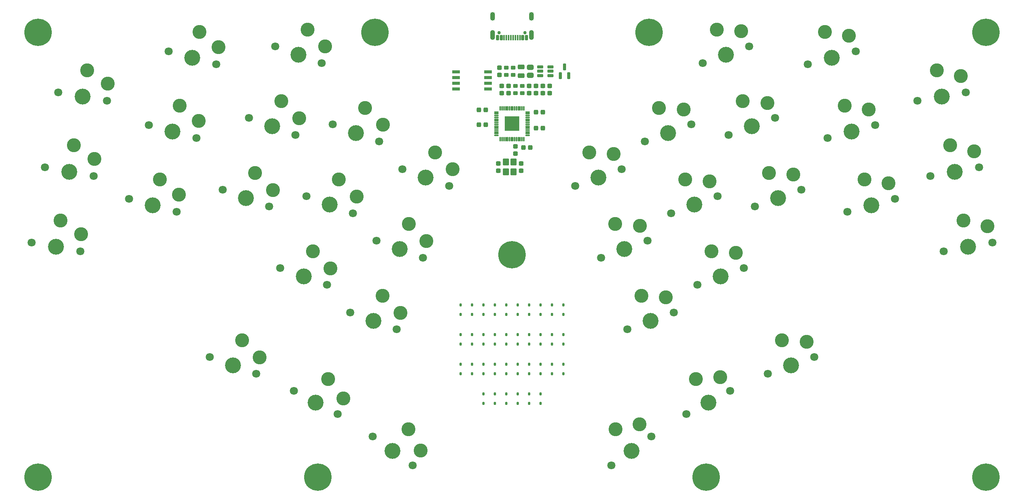
<source format=gbr>
%TF.GenerationSoftware,KiCad,Pcbnew,9.0.0*%
%TF.CreationDate,2025-07-28T21:00:37+03:00*%
%TF.ProjectId,cyberia,63796265-7269-4612-9e6b-696361645f70,v1.0.0*%
%TF.SameCoordinates,Original*%
%TF.FileFunction,Soldermask,Top*%
%TF.FilePolarity,Negative*%
%FSLAX46Y46*%
G04 Gerber Fmt 4.6, Leading zero omitted, Abs format (unit mm)*
G04 Created by KiCad (PCBNEW 9.0.0) date 2025-07-28 21:00:37*
%MOMM*%
%LPD*%
G01*
G04 APERTURE LIST*
G04 Aperture macros list*
%AMRoundRect*
0 Rectangle with rounded corners*
0 $1 Rounding radius*
0 $2 $3 $4 $5 $6 $7 $8 $9 X,Y pos of 4 corners*
0 Add a 4 corners polygon primitive as box body*
4,1,4,$2,$3,$4,$5,$6,$7,$8,$9,$2,$3,0*
0 Add four circle primitives for the rounded corners*
1,1,$1+$1,$2,$3*
1,1,$1+$1,$4,$5*
1,1,$1+$1,$6,$7*
1,1,$1+$1,$8,$9*
0 Add four rect primitives between the rounded corners*
20,1,$1+$1,$2,$3,$4,$5,0*
20,1,$1+$1,$4,$5,$6,$7,0*
20,1,$1+$1,$6,$7,$8,$9,0*
20,1,$1+$1,$8,$9,$2,$3,0*%
G04 Aperture macros list end*
%ADD10RoundRect,0.137500X-0.137500X0.212500X-0.137500X-0.212500X0.137500X-0.212500X0.137500X0.212500X0*%
%ADD11RoundRect,0.250000X-0.275000X0.250000X-0.275000X-0.250000X0.275000X-0.250000X0.275000X0.250000X0*%
%ADD12RoundRect,0.268750X-0.481250X0.268750X-0.481250X-0.268750X0.481250X-0.268750X0.481250X0.268750X0*%
%ADD13C,1.801800*%
%ADD14C,3.100000*%
%ADD15C,3.529000*%
%ADD16RoundRect,0.175000X0.175000X-0.612500X0.175000X0.612500X-0.175000X0.612500X-0.175000X-0.612500X0*%
%ADD17C,6.100000*%
%ADD18RoundRect,0.250000X-0.250000X-0.275000X0.250000X-0.275000X0.250000X0.275000X-0.250000X0.275000X0*%
%ADD19RoundRect,0.250000X0.250000X0.275000X-0.250000X0.275000X-0.250000X-0.275000X0.250000X-0.275000X0*%
%ADD20RoundRect,0.175000X0.537500X0.175000X-0.537500X0.175000X-0.537500X-0.175000X0.537500X-0.175000X0*%
%ADD21RoundRect,0.250000X0.275000X-0.250000X0.275000X0.250000X-0.275000X0.250000X-0.275000X-0.250000X0*%
%ADD22RoundRect,0.187500X-0.675000X-0.187500X0.675000X-0.187500X0.675000X0.187500X-0.675000X0.187500X0*%
%ADD23RoundRect,0.225000X-0.300000X0.225000X-0.300000X-0.225000X0.300000X-0.225000X0.300000X0.225000X0*%
%ADD24RoundRect,0.075000X-0.412500X-0.075000X0.412500X-0.075000X0.412500X0.075000X-0.412500X0.075000X0*%
%ADD25RoundRect,0.075000X-0.075000X-0.412500X0.075000X-0.412500X0.075000X0.412500X-0.075000X0.412500X0*%
%ADD26RoundRect,0.050000X-1.600000X-1.600000X1.600000X-1.600000X1.600000X1.600000X-1.600000X1.600000X0*%
%ADD27C,0.750000*%
%ADD28RoundRect,0.175000X0.175000X0.450000X-0.175000X0.450000X-0.175000X-0.450000X0.175000X-0.450000X0*%
%ADD29RoundRect,0.100000X0.100000X0.525000X-0.100000X0.525000X-0.100000X-0.525000X0.100000X-0.525000X0*%
%ADD30O,1.100000X2.200000*%
%ADD31O,1.100000X1.900000*%
%ADD32RoundRect,0.274390X-0.475610X0.288110X-0.475610X-0.288110X0.475610X-0.288110X0.475610X0.288110X0*%
%ADD33RoundRect,0.050000X-0.600000X0.700000X-0.600000X-0.700000X0.600000X-0.700000X0.600000X0.700000X0*%
G04 APERTURE END LIST*
D10*
%TO.C,D24*%
X207010000Y-154720000D03*
X207010000Y-152620000D03*
%TD*%
%TO.C,D21*%
X204470000Y-154720000D03*
X204470000Y-152620000D03*
%TD*%
%TO.C,D2*%
X201930000Y-154720000D03*
X201930000Y-152620000D03*
%TD*%
%TO.C,D5*%
X199390000Y-154720000D03*
X199390000Y-152620000D03*
%TD*%
%TO.C,D8*%
X196850000Y-154720000D03*
X196850000Y-152620000D03*
%TD*%
%TO.C,D11*%
X194310000Y-154720000D03*
X194310000Y-152620000D03*
%TD*%
%TO.C,D35*%
X214630000Y-139412000D03*
X214630000Y-141512000D03*
%TD*%
D11*
%TO.C,C14*%
X200406000Y-86601000D03*
X200406000Y-88151000D03*
%TD*%
D12*
%TO.C,F1*%
X205232000Y-86438500D03*
X205232000Y-88313500D03*
%TD*%
D13*
%TO.C,SW28*%
X251388303Y-101533304D03*
D14*
X254521592Y-94061022D03*
D15*
X256556612Y-99652193D03*
D14*
X259972500Y-94418245D03*
D13*
X261724921Y-97771082D03*
%TD*%
D10*
%TO.C,D25*%
X207010000Y-146016000D03*
X207010000Y-148116000D03*
%TD*%
D13*
%TO.C,SW19*%
X172198947Y-168695359D03*
D14*
X180145862Y-167114527D03*
D15*
X176648540Y-171928178D03*
D14*
X182897820Y-171833291D03*
D13*
X181098133Y-175160997D03*
%TD*%
D16*
%TO.C,U2*%
X213934000Y-88313500D03*
X215834000Y-88313500D03*
X214884000Y-86438500D03*
%TD*%
D10*
%TO.C,D29*%
X209550000Y-139412000D03*
X209550000Y-141512000D03*
%TD*%
%TO.C,D13*%
X194310000Y-139412000D03*
X194310000Y-141512000D03*
%TD*%
%TO.C,D30*%
X212090000Y-152620000D03*
X212090000Y-154720000D03*
%TD*%
%TO.C,D10*%
X196850000Y-139412000D03*
X196850000Y-141512000D03*
%TD*%
%TO.C,D18*%
X199390000Y-159224000D03*
X199390000Y-161324000D03*
%TD*%
%TO.C,D36*%
X209550000Y-159224000D03*
X209550000Y-161324000D03*
%TD*%
D17*
%TO.C,H4*%
X308610000Y-78740000D03*
%TD*%
D18*
%TO.C,C11*%
X205727000Y-104394000D03*
X207277000Y-104394000D03*
%TD*%
D19*
%TO.C,C3*%
X197371000Y-96012000D03*
X195821000Y-96012000D03*
%TD*%
D10*
%TO.C,D16*%
X191770000Y-139412000D03*
X191770000Y-141512000D03*
%TD*%
D20*
%TO.C,U3*%
X211703500Y-88326000D03*
X211703500Y-87376000D03*
X211703500Y-86426000D03*
X209428500Y-86426000D03*
X209428500Y-87376000D03*
X209428500Y-88326000D03*
%TD*%
D10*
%TO.C,D7*%
X199390000Y-139412000D03*
X199390000Y-141512000D03*
%TD*%
%TO.C,D22*%
X204470000Y-146016000D03*
X204470000Y-148116000D03*
%TD*%
D17*
%TO.C,H3*%
X233680000Y-78740000D03*
%TD*%
D13*
%TO.C,SW36*%
X260118444Y-154757215D03*
D14*
X263251733Y-147284933D03*
D15*
X265286753Y-152876104D03*
D14*
X268702641Y-147642156D03*
D13*
X270455062Y-150994993D03*
%TD*%
%TO.C,SW4*%
X102244123Y-92041093D03*
D14*
X108693773Y-87136552D03*
D15*
X107660566Y-92996158D03*
D14*
X113235785Y-90171370D03*
D13*
X113077009Y-93951223D03*
%TD*%
%TO.C,SW27*%
X257202645Y-117508079D03*
D14*
X260335934Y-110035797D03*
D15*
X262370954Y-115626968D03*
D14*
X265786842Y-110393020D03*
D13*
X267539263Y-113745857D03*
%TD*%
%TO.C,SW12*%
X157485304Y-115203756D03*
D14*
X164688633Y-111493696D03*
D15*
X162653613Y-117084867D03*
D14*
X168634652Y-115271120D03*
D13*
X167821922Y-118965978D03*
%TD*%
D10*
%TO.C,D3*%
X201930000Y-146016000D03*
X201930000Y-148116000D03*
%TD*%
D21*
%TO.C,C2*%
X202438000Y-92215000D03*
X202438000Y-90665000D03*
%TD*%
D17*
%TO.C,H6*%
X160020000Y-177800000D03*
%TD*%
D13*
%TO.C,SW30*%
X244392419Y-134940753D03*
D14*
X247525708Y-127468471D03*
D15*
X249560728Y-133059642D03*
D14*
X252976616Y-127825694D03*
D13*
X254729037Y-131178531D03*
%TD*%
D10*
%TO.C,D12*%
X194310000Y-146016000D03*
X194310000Y-148116000D03*
%TD*%
%TO.C,D15*%
X191770000Y-146016000D03*
X191770000Y-148116000D03*
%TD*%
D17*
%TO.C,H2*%
X172720000Y-78740000D03*
%TD*%
D13*
%TO.C,SW34*%
X223031691Y-128881111D03*
D14*
X226164980Y-121408829D03*
D15*
X228200000Y-127000000D03*
D14*
X231615888Y-121766052D03*
D13*
X233368309Y-125118889D03*
%TD*%
D10*
%TO.C,D33*%
X214630000Y-152620000D03*
X214630000Y-154720000D03*
%TD*%
D13*
%TO.C,SW24*%
X277781602Y-118622293D03*
D14*
X281554221Y-111451529D03*
D15*
X283094194Y-117198788D03*
D14*
X286953252Y-112282471D03*
D13*
X288406786Y-115775283D03*
%TD*%
D17*
%TO.C,H9*%
X203200000Y-128270000D03*
%TD*%
D13*
%TO.C,SW15*%
X173031691Y-125118889D03*
D14*
X180235020Y-121408829D03*
D15*
X178200000Y-127000000D03*
D14*
X184181039Y-125186253D03*
D13*
X183368309Y-128881111D03*
%TD*%
D22*
%TO.C,U4*%
X190722500Y-87503000D03*
X190722500Y-88773000D03*
X190722500Y-90043000D03*
X190722500Y-91313000D03*
X197897500Y-91313000D03*
X197897500Y-90043000D03*
X197897500Y-88773000D03*
X197897500Y-87503000D03*
%TD*%
D11*
%TO.C,C7*%
X203962000Y-104127000D03*
X203962000Y-105677000D03*
%TD*%
D18*
%TO.C,C4*%
X208521000Y-100076000D03*
X210071000Y-100076000D03*
%TD*%
D10*
%TO.C,D31*%
X212090000Y-146016000D03*
X212090000Y-148116000D03*
%TD*%
D23*
%TO.C,R4*%
X203454000Y-86551000D03*
X203454000Y-88201000D03*
%TD*%
D24*
%TO.C,U1*%
X199762500Y-96460000D03*
X199762500Y-96860000D03*
X199762500Y-97260000D03*
X199762500Y-97660000D03*
X199762500Y-98060000D03*
X199762500Y-98460000D03*
X199762500Y-98860000D03*
X199762500Y-99260000D03*
X199762500Y-99660000D03*
X199762500Y-100060000D03*
X199762500Y-100460000D03*
X199762500Y-100860000D03*
X199762500Y-101260000D03*
X199762500Y-101660000D03*
D25*
X200600000Y-102497500D03*
X201000000Y-102497500D03*
X201400000Y-102497500D03*
X201800000Y-102497500D03*
X202200000Y-102497500D03*
X202600000Y-102497500D03*
X203000000Y-102497500D03*
X203400000Y-102497500D03*
X203800000Y-102497500D03*
X204200000Y-102497500D03*
X204600000Y-102497500D03*
X205000000Y-102497500D03*
X205400000Y-102497500D03*
X205800000Y-102497500D03*
D24*
X206637500Y-101660000D03*
X206637500Y-101260000D03*
X206637500Y-100860000D03*
X206637500Y-100460000D03*
X206637500Y-100060000D03*
X206637500Y-99660000D03*
X206637500Y-99260000D03*
X206637500Y-98860000D03*
X206637500Y-98460000D03*
X206637500Y-98060000D03*
X206637500Y-97660000D03*
X206637500Y-97260000D03*
X206637500Y-96860000D03*
X206637500Y-96460000D03*
D25*
X205800000Y-95622500D03*
X205400000Y-95622500D03*
X205000000Y-95622500D03*
X204600000Y-95622500D03*
X204200000Y-95622500D03*
X203800000Y-95622500D03*
X203400000Y-95622500D03*
X203000000Y-95622500D03*
X202600000Y-95622500D03*
X202200000Y-95622500D03*
X201800000Y-95622500D03*
X201400000Y-95622500D03*
X201000000Y-95622500D03*
X200600000Y-95622500D03*
D26*
X203200000Y-99060000D03*
%TD*%
D13*
%TO.C,SW23*%
X293322990Y-93951223D03*
D14*
X297706226Y-87136552D03*
D15*
X298739433Y-92996158D03*
D14*
X303012291Y-88434888D03*
D13*
X304155876Y-92041093D03*
%TD*%
%TO.C,SW37*%
X241996769Y-163741800D03*
D14*
X244059625Y-155906168D03*
D15*
X246852981Y-161159706D03*
D14*
X249507201Y-155501295D03*
D13*
X251709193Y-158577612D03*
%TD*%
D10*
%TO.C,D37*%
X207010000Y-159224000D03*
X207010000Y-161324000D03*
%TD*%
D21*
%TO.C,C10*%
X200914000Y-92215000D03*
X200914000Y-90665000D03*
%TD*%
D10*
%TO.C,D19*%
X201930000Y-159224000D03*
X201930000Y-161324000D03*
%TD*%
D19*
%TO.C,C6*%
X197371000Y-99314000D03*
X195821000Y-99314000D03*
%TD*%
D10*
%TO.C,D14*%
X191770000Y-152620000D03*
X191770000Y-154720000D03*
%TD*%
%TO.C,D6*%
X199390000Y-146016000D03*
X199390000Y-148116000D03*
%TD*%
D21*
%TO.C,C12*%
X205232000Y-109487000D03*
X205232000Y-107937000D03*
%TD*%
D11*
%TO.C,C15*%
X211582000Y-90665000D03*
X211582000Y-92215000D03*
%TD*%
D13*
%TO.C,SW8*%
X138860736Y-113745857D03*
D14*
X146064065Y-110035797D03*
D15*
X144029045Y-115626968D03*
D14*
X150010084Y-113813221D03*
D13*
X149197354Y-117508079D03*
%TD*%
D10*
%TO.C,D27*%
X209550000Y-152620000D03*
X209550000Y-154720000D03*
%TD*%
D13*
%TO.C,SW11*%
X151670962Y-131178531D03*
D14*
X158874291Y-127468471D03*
D15*
X156839271Y-133059642D03*
D14*
X162820310Y-131245895D03*
D13*
X162007580Y-134940753D03*
%TD*%
%TO.C,SW18*%
X154690806Y-158577612D03*
D14*
X162340374Y-155906168D03*
D15*
X159547018Y-161159706D03*
D14*
X165722274Y-160196010D03*
D13*
X164403230Y-163741800D03*
%TD*%
D11*
%TO.C,C13*%
X200152000Y-107937000D03*
X200152000Y-109487000D03*
%TD*%
D17*
%TO.C,H7*%
X246380000Y-177800000D03*
%TD*%
D10*
%TO.C,D4*%
X201930000Y-139412000D03*
X201930000Y-141512000D03*
%TD*%
D13*
%TO.C,SW3*%
X99292104Y-108782825D03*
D14*
X105741754Y-103878284D03*
D15*
X104708547Y-109737890D03*
D14*
X110283766Y-106913102D03*
D13*
X110124990Y-110692955D03*
%TD*%
D23*
%TO.C,R3*%
X201930000Y-86551000D03*
X201930000Y-88201000D03*
%TD*%
D10*
%TO.C,D23*%
X204470000Y-139412000D03*
X204470000Y-141512000D03*
%TD*%
D13*
%TO.C,SW26*%
X268981754Y-85780815D03*
D14*
X272754373Y-78610051D03*
D15*
X274294346Y-84357310D03*
D14*
X278153404Y-79440993D03*
D13*
X279606938Y-82933805D03*
%TD*%
D10*
%TO.C,D9*%
X196850000Y-146016000D03*
X196850000Y-148116000D03*
%TD*%
D18*
%TO.C,C5*%
X208521000Y-96520000D03*
X210071000Y-96520000D03*
%TD*%
D13*
%TO.C,SW13*%
X163299646Y-99228982D03*
D14*
X170502975Y-95518922D03*
D15*
X168467955Y-101110093D03*
D14*
X174448994Y-99296346D03*
D13*
X173636264Y-102991204D03*
%TD*%
%TO.C,SW6*%
X122393137Y-99354544D03*
D14*
X129245702Y-95030790D03*
D15*
X127705729Y-100778049D03*
D14*
X133505930Y-98449922D03*
D13*
X133018321Y-102201554D03*
%TD*%
D27*
%TO.C,J1*%
X206090000Y-78805000D03*
X200310000Y-78805000D03*
D28*
X206400000Y-79880000D03*
X205600000Y-79880000D03*
D29*
X204450000Y-79880000D03*
X203450000Y-79880000D03*
X202950000Y-79880000D03*
X201950000Y-79880000D03*
D28*
X200800000Y-79880000D03*
X200000000Y-79880000D03*
X200000000Y-79880000D03*
X200800000Y-79880000D03*
D29*
X201450000Y-79880000D03*
X202450000Y-79880000D03*
X203950000Y-79880000D03*
X204950000Y-79880000D03*
D28*
X205600000Y-79880000D03*
X206400000Y-79880000D03*
D30*
X207520000Y-79305000D03*
D31*
X207520000Y-75125000D03*
D30*
X198880000Y-79305000D03*
D31*
X198880000Y-75125000D03*
%TD*%
D10*
%TO.C,D28*%
X209550000Y-146016000D03*
X209550000Y-148116000D03*
%TD*%
D13*
%TO.C,SW2*%
X96340085Y-125524557D03*
D14*
X102789735Y-120620016D03*
D15*
X101756528Y-126479622D03*
D14*
X107331747Y-123654834D03*
D13*
X107172971Y-127434687D03*
%TD*%
%TO.C,SW9*%
X144675079Y-97771082D03*
D14*
X151878408Y-94061022D03*
D15*
X149843388Y-99652193D03*
D14*
X155824427Y-97838446D03*
D13*
X155011697Y-101533304D03*
%TD*%
%TO.C,SW17*%
X135944937Y-150994993D03*
D14*
X143148266Y-147284933D03*
D15*
X141113246Y-152876104D03*
D14*
X147094285Y-151062357D03*
D13*
X146281555Y-154757215D03*
%TD*%
D21*
%TO.C,C9*%
X207010000Y-92215000D03*
X207010000Y-90665000D03*
%TD*%
D32*
%TO.C,FB1*%
X207264000Y-86463500D03*
X207264000Y-88288500D03*
%TD*%
D10*
%TO.C,D26*%
X207010000Y-139412000D03*
X207010000Y-141512000D03*
%TD*%
D17*
%TO.C,H5*%
X97790000Y-177800000D03*
%TD*%
D10*
%TO.C,D17*%
X196850000Y-159224000D03*
X196850000Y-161324000D03*
%TD*%
D13*
%TO.C,SW33*%
X228846033Y-144855886D03*
D14*
X231979322Y-137383604D03*
D15*
X234014342Y-142974775D03*
D14*
X237430230Y-137740827D03*
D13*
X239182651Y-141093664D03*
%TD*%
D10*
%TO.C,D38*%
X204470000Y-159224000D03*
X204470000Y-161324000D03*
%TD*%
D13*
%TO.C,SW29*%
X245573960Y-85558530D03*
D14*
X248707249Y-78086248D03*
D15*
X250742269Y-83677419D03*
D14*
X254158157Y-78443471D03*
D13*
X255910578Y-81796308D03*
%TD*%
D23*
%TO.C,R2*%
X205486000Y-90615000D03*
X205486000Y-92265000D03*
%TD*%
D13*
%TO.C,SW10*%
X150489421Y-81796308D03*
D14*
X157692750Y-78086248D03*
D15*
X155657730Y-83677419D03*
D14*
X161638769Y-81863672D03*
D13*
X160826039Y-85558530D03*
%TD*%
%TO.C,SW25*%
X273381678Y-102201554D03*
D14*
X277154297Y-95030790D03*
D15*
X278694270Y-100778049D03*
D14*
X282553328Y-95861732D03*
D13*
X284006862Y-99354544D03*
%TD*%
%TO.C,SW35*%
X217217348Y-112906337D03*
D14*
X220350637Y-105434055D03*
D15*
X222385657Y-111025226D03*
D14*
X225801545Y-105791278D03*
D13*
X227553966Y-109144115D03*
%TD*%
D11*
%TO.C,C8*%
X210058000Y-90665000D03*
X210058000Y-92215000D03*
%TD*%
D17*
%TO.C,H1*%
X97790000Y-78740000D03*
%TD*%
D13*
%TO.C,SW31*%
X238578077Y-118965978D03*
D14*
X241711366Y-111493696D03*
D15*
X243746386Y-117084867D03*
D14*
X247162274Y-111850919D03*
D13*
X248914695Y-115203756D03*
%TD*%
%TO.C,SW7*%
X126793061Y-82933805D03*
D14*
X133645626Y-78610051D03*
D15*
X132105653Y-84357310D03*
D14*
X137905854Y-82029183D03*
D13*
X137418245Y-85780815D03*
%TD*%
D33*
%TO.C,Y1*%
X201842000Y-107612000D03*
X201842000Y-109812000D03*
X203542000Y-109812000D03*
X203542000Y-107612000D03*
%TD*%
D10*
%TO.C,D32*%
X212090000Y-139412000D03*
X212090000Y-141512000D03*
%TD*%
D23*
%TO.C,R1*%
X203962000Y-90615000D03*
X203962000Y-92265000D03*
%TD*%
D13*
%TO.C,SW32*%
X232763735Y-102991204D03*
D14*
X235897024Y-95518922D03*
D15*
X237932044Y-101110093D03*
D14*
X241347932Y-95876145D03*
D13*
X243100353Y-99228982D03*
%TD*%
D21*
%TO.C,C1*%
X208534000Y-92215000D03*
X208534000Y-90665000D03*
%TD*%
D13*
%TO.C,SW22*%
X296275009Y-110692955D03*
D14*
X300658245Y-103878284D03*
D15*
X301691452Y-109737890D03*
D14*
X305964310Y-105176620D03*
D13*
X307107895Y-108782825D03*
%TD*%
%TO.C,SW14*%
X167217348Y-141093664D03*
D14*
X174420677Y-137383604D03*
D15*
X172385657Y-142974775D03*
D14*
X178366696Y-141161028D03*
D13*
X177553966Y-144855886D03*
%TD*%
D17*
%TO.C,H8*%
X308610000Y-177800000D03*
%TD*%
D13*
%TO.C,SW21*%
X299227028Y-127434687D03*
D14*
X303610264Y-120620016D03*
D15*
X304643471Y-126479622D03*
D14*
X308916329Y-121918352D03*
D13*
X310059914Y-125524557D03*
%TD*%
%TO.C,SW5*%
X117993213Y-115775283D03*
D14*
X124845778Y-111451529D03*
D15*
X123305805Y-117198788D03*
D14*
X129106006Y-114870661D03*
D13*
X128618397Y-118622293D03*
%TD*%
%TO.C,SW16*%
X178846033Y-109144115D03*
D14*
X186049362Y-105434055D03*
D15*
X184014342Y-111025226D03*
D14*
X189995381Y-109211479D03*
D13*
X189182651Y-112906337D03*
%TD*%
D10*
%TO.C,D34*%
X214630000Y-146016000D03*
X214630000Y-148116000D03*
%TD*%
D13*
%TO.C,SW38*%
X225301866Y-175160997D03*
D14*
X226254137Y-167114527D03*
D15*
X229751459Y-171928178D03*
D14*
X231592349Y-165955438D03*
D13*
X234201052Y-168695359D03*
%TD*%
M02*

</source>
